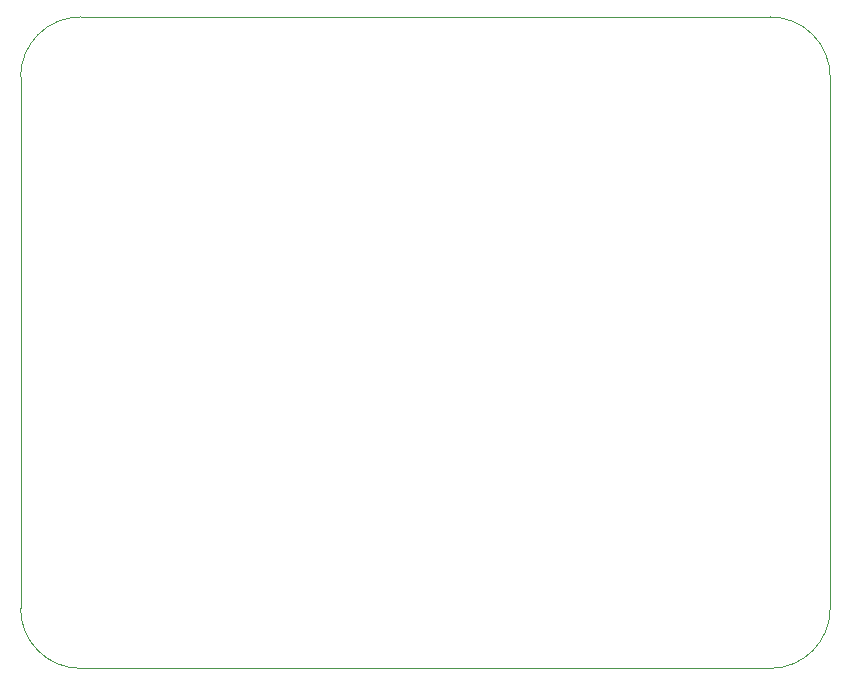
<source format=gbr>
G04 #@! TF.GenerationSoftware,KiCad,Pcbnew,(5.1.2)-2*
G04 #@! TF.CreationDate,2019-10-21T22:23:56-05:00*
G04 #@! TF.ProjectId,ControlBoardT4,436f6e74-726f-46c4-926f-61726454342e,rev?*
G04 #@! TF.SameCoordinates,Original*
G04 #@! TF.FileFunction,Profile,NP*
%FSLAX46Y46*%
G04 Gerber Fmt 4.6, Leading zero omitted, Abs format (unit mm)*
G04 Created by KiCad (PCBNEW (5.1.2)-2) date 2019-10-21 22:23:56*
%MOMM*%
%LPD*%
G04 APERTURE LIST*
%ADD10C,0.050000*%
G04 APERTURE END LIST*
D10*
X176754000Y-118914000D02*
X176754000Y-73914000D01*
X108204000Y-73914000D02*
X108204000Y-118914000D01*
X113284000Y-123994000D02*
G75*
G02X108204000Y-118914000I0J5080000D01*
G01*
X176754000Y-118914000D02*
G75*
G02X171674000Y-123994000I-5080000J0D01*
G01*
X113284000Y-123994000D02*
X171674000Y-123994000D01*
X113284000Y-68834000D02*
X118364000Y-68834000D01*
X171674000Y-68834000D02*
X118364000Y-68834000D01*
X108204000Y-73914000D02*
G75*
G02X113284000Y-68834000I5080000J0D01*
G01*
X171674000Y-68834000D02*
G75*
G02X176754000Y-73914000I0J-5080000D01*
G01*
M02*

</source>
